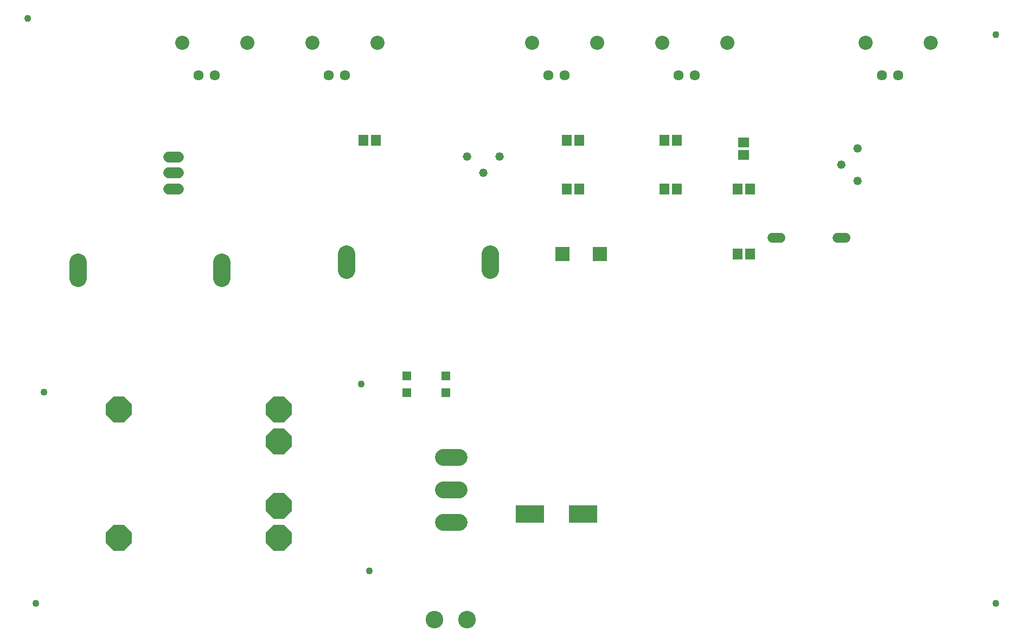
<source format=gbr>
G04 EAGLE Gerber RS-274X export*
G75*
%MOMM*%
%FSLAX34Y34*%
%LPD*%
%INSoldermask Top*%
%IPPOS*%
%AMOC8*
5,1,8,0,0,1.08239X$1,22.5*%
G01*
%ADD10C,1.103200*%
%ADD11R,1.403200X1.403200*%
%ADD12R,1.503200X1.703200*%
%ADD13R,1.703200X1.503200*%
%ADD14R,4.503200X2.703200*%
%ADD15C,1.524000*%
%ADD16C,2.743200*%
%ADD17R,2.203200X2.303200*%
%ADD18R,1.503200X1.803200*%
%ADD19C,1.320800*%
%ADD20C,2.603500*%
%ADD21C,2.743200*%
%ADD22C,1.727200*%
%ADD23P,4.343848X8X22.500000*%
%ADD24C,1.611200*%
%ADD25C,2.203200*%


D10*
X50800Y50800D03*
X38100Y965200D03*
X1549400Y50800D03*
X1549400Y939800D03*
X558800Y393700D03*
X571500Y101600D03*
X63500Y381000D03*
D11*
X629900Y380700D03*
X629900Y406700D03*
X690900Y406700D03*
X690900Y380700D03*
D12*
X1146200Y596900D03*
X1165200Y596900D03*
X879500Y698500D03*
X898500Y698500D03*
D13*
X1155700Y752500D03*
X1155700Y771500D03*
D12*
X562000Y774700D03*
X581000Y774700D03*
D14*
X905100Y190500D03*
X822100Y190500D03*
D12*
X1031900Y698500D03*
X1050900Y698500D03*
D15*
X1301496Y622300D02*
X1314704Y622300D01*
X1213104Y622300D02*
X1199896Y622300D01*
D16*
X535178Y596900D02*
X535178Y571500D01*
X760222Y571500D02*
X760222Y596900D01*
X116078Y584200D02*
X116078Y558800D01*
X341122Y558800D02*
X341122Y584200D01*
D17*
X872740Y596900D03*
X930660Y596900D03*
D18*
X898500Y774700D03*
X879500Y774700D03*
X1050900Y774700D03*
X1031900Y774700D03*
X1146200Y698500D03*
X1165200Y698500D03*
D19*
X723900Y749300D03*
X749300Y723900D03*
X774700Y749300D03*
X1333500Y762000D03*
X1308100Y736600D03*
X1333500Y711200D03*
D20*
X710502Y177800D02*
X686499Y177800D01*
X686499Y228600D02*
X710502Y228600D01*
X710502Y279400D02*
X686499Y279400D01*
D21*
X723900Y25400D03*
X673100Y25400D03*
D22*
X273320Y698900D02*
X258080Y698900D01*
X258080Y723900D02*
X273320Y723900D01*
X273320Y748900D02*
X258080Y748900D01*
D23*
X179832Y354076D03*
X179832Y153924D03*
X429768Y153924D03*
X429768Y203962D03*
X429768Y304038D03*
X429768Y354076D03*
D24*
X876300Y876300D03*
X850900Y876300D03*
D25*
X825500Y927100D03*
X927100Y927100D03*
D24*
X533400Y876300D03*
X508000Y876300D03*
D25*
X482600Y927100D03*
X584200Y927100D03*
D24*
X330200Y876300D03*
X304800Y876300D03*
D25*
X279400Y927100D03*
X381000Y927100D03*
D24*
X1397000Y876300D03*
X1371600Y876300D03*
D25*
X1346200Y927100D03*
X1447800Y927100D03*
D24*
X1079500Y876300D03*
X1054100Y876300D03*
D25*
X1028700Y927100D03*
X1130300Y927100D03*
M02*

</source>
